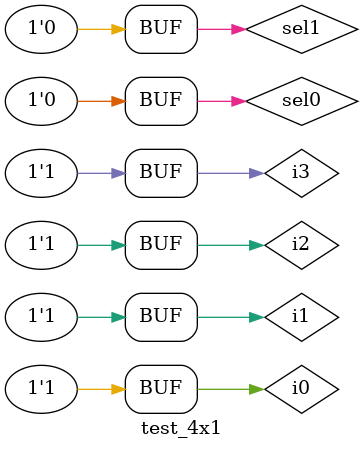
<source format=v>
`timescale 1ns / 1ps


module test_4x1(

    );
    
      reg sel0, sel1;
  reg i0,i1,i2,i3;
  wire y;
  
  mux_4_1 uut(sel0, sel1, i0, i1, i2, i3, y);
  
  initial begin
    {i3,i2,i1,i0} = 4'b1111;#10;
      {sel0, sel1} = 2'b00;#10;  
  end
endmodule


</source>
